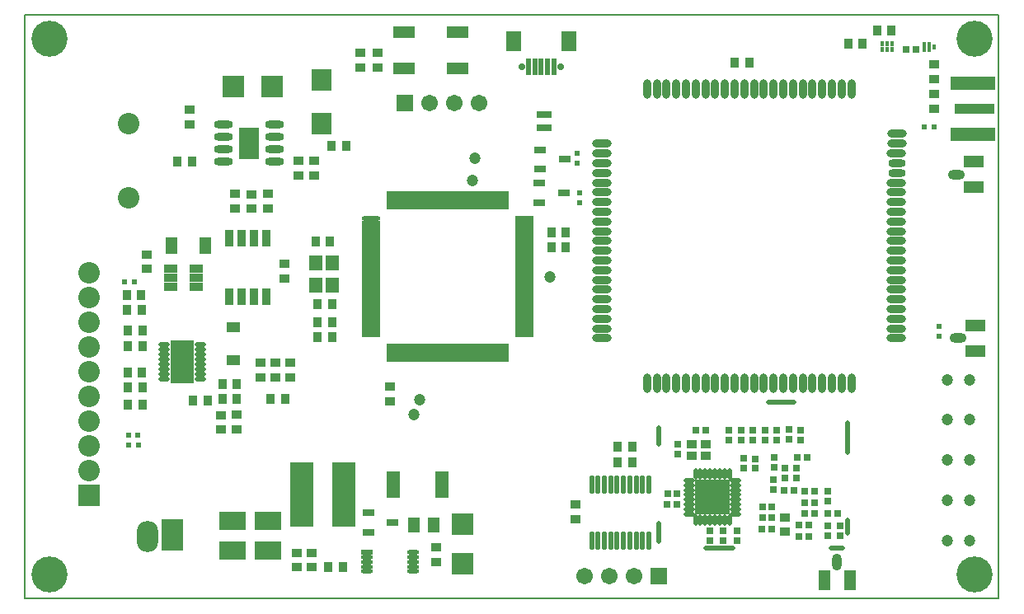
<source format=gts>
%FSLAX25Y25*%
%MOIN*%
G70*
G01*
G75*
G04 Layer_Color=8388736*
%ADD10C,0.03000*%
%ADD11C,0.02000*%
%ADD12R,0.01575X0.01181*%
%ADD13R,0.03937X0.02362*%
%ADD14R,0.07480X0.11811*%
%ADD15O,0.06890X0.02362*%
%ADD16O,0.01378X0.06693*%
%ADD17R,0.02362X0.02362*%
%ADD18R,0.13386X0.13386*%
%ADD19O,0.00984X0.03740*%
%ADD20O,0.03740X0.00984*%
%ADD21R,0.03347X0.02756*%
%ADD22R,0.02756X0.03347*%
%ADD23R,0.02362X0.02362*%
%ADD24R,0.03937X0.07087*%
%ADD25O,0.03150X0.05906*%
%ADD26R,0.03150X0.02559*%
%ADD27R,0.01181X0.01575*%
%ADD28R,0.07087X0.03937*%
%ADD29O,0.05906X0.03150*%
%ADD30C,0.03937*%
%ADD31R,0.10000X0.07000*%
%ADD32R,0.04724X0.09843*%
%ADD33R,0.07874X0.07874*%
%ADD34R,0.03937X0.05906*%
%ADD35R,0.03937X0.05118*%
%ADD36R,0.08898X0.25590*%
%ADD37R,0.01063X0.06693*%
%ADD38R,0.06693X0.01063*%
%ADD39O,0.06693X0.01063*%
%ADD40R,0.07087X0.07874*%
%ADD41R,0.04803X0.02441*%
%ADD42R,0.08661X0.16929*%
%ADD43O,0.03740X0.01378*%
%ADD44R,0.04724X0.03150*%
%ADD45R,0.04800X0.05600*%
%ADD46R,0.02500X0.05906*%
%ADD47O,0.03937X0.01181*%
%ADD48R,0.03937X0.01181*%
%ADD49R,0.07874X0.07874*%
%ADD50R,0.01575X0.05906*%
%ADD51R,0.07874X0.03937*%
%ADD52R,0.01200X0.01800*%
G04:AMPARAMS|DCode=53|XSize=35.43mil|YSize=157.48mil|CornerRadius=1.77mil|HoleSize=0mil|Usage=FLASHONLY|Rotation=90.000|XOffset=0mil|YOffset=0mil|HoleType=Round|Shape=RoundedRectangle|*
%AMROUNDEDRECTD53*
21,1,0.03543,0.15394,0,0,90.0*
21,1,0.03189,0.15748,0,0,90.0*
1,1,0.00354,0.07697,0.01595*
1,1,0.00354,0.07697,-0.01595*
1,1,0.00354,-0.07697,-0.01595*
1,1,0.00354,-0.07697,0.01595*
%
%ADD53ROUNDEDRECTD53*%
%ADD54R,0.00984X0.01299*%
%ADD55R,0.02362X0.01969*%
%ADD56R,0.00984X0.01575*%
%ADD57O,0.02362X0.07087*%
%ADD58O,0.07087X0.02362*%
%ADD59O,0.06299X0.02362*%
%ADD60C,0.01000*%
%ADD61C,0.01500*%
%ADD62C,0.00800*%
%ADD63C,0.01200*%
%ADD64C,0.02500*%
%ADD65C,0.08000*%
%ADD66R,0.04800X0.04800*%
%ADD67R,0.04169X0.04500*%
%ADD68R,0.11300X0.08500*%
%ADD69R,0.04900X0.04500*%
%ADD70R,0.05658X0.04458*%
%ADD71R,0.27300X0.16100*%
%ADD72R,0.06600X0.19900*%
%ADD73R,0.05000X0.07173*%
%ADD74R,0.08700X0.05400*%
%ADD75R,0.08100X0.13300*%
%ADD76R,0.05700X0.21700*%
%ADD77R,0.10400X0.95500*%
%ADD78R,0.06200X0.14700*%
%ADD79R,0.04200X0.18700*%
%ADD80R,0.06700X0.09800*%
%ADD81R,0.06000X0.09600*%
%ADD82R,0.10500X0.06400*%
%ADD83R,0.18000X0.08400*%
%ADD84R,0.26500X0.16000*%
%ADD85R,0.34969X0.11400*%
%ADD86C,0.00500*%
%ADD87R,0.07874X0.07874*%
%ADD88C,0.07874*%
%ADD89R,0.05906X0.05906*%
%ADD90C,0.05906*%
%ADD91R,0.07874X0.11811*%
%ADD92O,0.07874X0.11811*%
%ADD93C,0.13780*%
%ADD94R,0.05315X0.07284*%
%ADD95C,0.01969*%
G04:AMPARAMS|DCode=96|XSize=51.18mil|YSize=173.23mil|CornerRadius=2.56mil|HoleSize=0mil|Usage=FLASHONLY|Rotation=90.000|XOffset=0mil|YOffset=0mil|HoleType=Round|Shape=RoundedRectangle|*
%AMROUNDEDRECTD96*
21,1,0.05118,0.16811,0,0,90.0*
21,1,0.04606,0.17323,0,0,90.0*
1,1,0.00512,0.08406,0.02303*
1,1,0.00512,0.08406,-0.02303*
1,1,0.00512,-0.08406,-0.02303*
1,1,0.00512,-0.08406,0.02303*
%
%ADD96ROUNDEDRECTD96*%
%ADD97C,0.02000*%
%ADD98C,0.03000*%
%ADD99C,0.04000*%
%ADD100C,0.03500*%
%ADD101C,0.02598*%
%ADD102C,0.04000*%
%ADD103R,0.02258X0.03258*%
%ADD104R,0.09400X0.04700*%
%ADD105R,0.15100X0.08700*%
%ADD106R,0.12100X0.12100*%
%ADD107R,0.09500X0.12000*%
%ADD108R,0.10200X0.09400*%
%ADD109R,0.42200X0.13900*%
%ADD110C,0.05000*%
%ADD111R,0.08300X0.14100*%
%ADD112R,0.08400X0.08100*%
%ADD113R,0.27100X0.16800*%
%ADD114R,0.19300X0.05600*%
%ADD115R,0.21900X0.04900*%
%ADD116R,0.06200X0.13300*%
%ADD117R,0.39000X0.13800*%
%ADD118R,0.08661X0.11024*%
%ADD119R,0.01969X0.07874*%
%ADD120R,0.19685X0.05118*%
%ADD121R,0.02362X0.03937*%
%ADD122R,0.03150X0.04724*%
%ADD123R,0.05118X0.19685*%
%ADD124R,0.07874X0.01969*%
%ADD125R,0.03347X0.01575*%
%ADD126O,0.03543X0.01969*%
%ADD127R,0.03543X0.01969*%
%ADD128O,0.03543X0.01969*%
%ADD129R,0.08268X0.02756*%
%ADD130R,0.04843X0.02559*%
%ADD131R,0.07000X0.10000*%
%ADD132R,0.16929X0.08661*%
%ADD133O,0.01378X0.03740*%
%ADD134O,0.08661X0.02362*%
%ADD135O,0.09843X0.02362*%
%ADD136R,0.07087X0.03937*%
%ADD137R,0.07874X0.14410*%
%ADD138R,0.06299X0.01969*%
%ADD139R,0.02500X0.05500*%
%ADD140C,0.09000*%
%ADD141R,0.05182X0.06835*%
%ADD142R,0.09300X0.11700*%
%ADD143R,0.22300X0.05500*%
%ADD144R,0.26931X0.16000*%
%ADD145R,0.15800X0.09700*%
%ADD146R,0.15200X0.28165*%
%ADD147R,0.08900X0.10200*%
%ADD148R,0.03474X0.08965*%
%ADD149R,0.07600X0.09400*%
%ADD150R,0.04900X0.17100*%
%ADD151R,0.08500X0.39500*%
%ADD152R,0.14700X0.03700*%
%ADD153R,0.48700X0.11300*%
%ADD154R,0.14000X0.54700*%
%ADD155R,0.29300X0.15600*%
%ADD156R,0.08800X0.07400*%
%ADD157R,0.11100X0.13400*%
%ADD158R,0.03600X0.11400*%
%ADD159R,0.05400X0.08800*%
%ADD160R,0.08600X0.09700*%
%ADD161C,0.00984*%
%ADD162C,0.02362*%
%ADD163C,0.00700*%
%ADD164C,0.00787*%
%ADD165C,0.00600*%
%ADD166C,0.00300*%
%ADD167R,0.05417X0.06634*%
%ADD168R,0.02375X0.01981*%
%ADD169R,0.04737X0.03162*%
%ADD170R,0.08280X0.12611*%
%ADD171O,0.07690X0.03162*%
%ADD172O,0.02178X0.07493*%
%ADD173R,0.03162X0.03162*%
%ADD174R,0.14186X0.14186*%
%ADD175O,0.01784X0.04540*%
%ADD176O,0.04540X0.01784*%
%ADD177R,0.04147X0.03556*%
%ADD178R,0.03556X0.04147*%
%ADD179R,0.03162X0.03162*%
%ADD180R,0.04737X0.07887*%
%ADD181O,0.03950X0.06706*%
%ADD182R,0.03950X0.03359*%
%ADD183R,0.01981X0.02375*%
%ADD184R,0.07887X0.04737*%
%ADD185O,0.06706X0.03950*%
%ADD186C,0.04737*%
%ADD187R,0.10800X0.07800*%
%ADD188R,0.05524X0.10642*%
%ADD189R,0.08674X0.08674*%
%ADD190R,0.04737X0.06706*%
%ADD191R,0.04737X0.05918*%
%ADD192R,0.09698X0.26391*%
%ADD193R,0.01863X0.07493*%
%ADD194R,0.07493X0.01863*%
%ADD195O,0.07493X0.01863*%
%ADD196R,0.07887X0.08674*%
%ADD197R,0.05603X0.03241*%
%ADD198R,0.09461X0.17729*%
%ADD199O,0.04540X0.02178*%
%ADD200R,0.05524X0.03950*%
%ADD201R,0.05600X0.06400*%
%ADD202R,0.03300X0.06706*%
%ADD203O,0.04737X0.01981*%
%ADD204R,0.04737X0.01981*%
%ADD205R,0.08674X0.08674*%
%ADD206R,0.02375X0.06706*%
%ADD207R,0.08674X0.04737*%
%ADD208R,0.02000X0.02600*%
G04:AMPARAMS|DCode=209|XSize=39.37mil|YSize=161.42mil|CornerRadius=1.97mil|HoleSize=0mil|Usage=FLASHONLY|Rotation=90.000|XOffset=0mil|YOffset=0mil|HoleType=Round|Shape=RoundedRectangle|*
%AMROUNDEDRECTD209*
21,1,0.03937,0.15748,0,0,90.0*
21,1,0.03543,0.16142,0,0,90.0*
1,1,0.00394,0.07874,0.01772*
1,1,0.00394,0.07874,-0.01772*
1,1,0.00394,-0.07874,-0.01772*
1,1,0.00394,-0.07874,0.01772*
%
%ADD209ROUNDEDRECTD209*%
%ADD210R,0.01784X0.02099*%
%ADD211R,0.03162X0.02769*%
%ADD212R,0.01784X0.02375*%
%ADD213O,0.03162X0.07887*%
%ADD214O,0.07887X0.03162*%
%ADD215O,0.07099X0.03162*%
%ADD216R,0.08674X0.08674*%
%ADD217C,0.08674*%
%ADD218R,0.06706X0.06706*%
%ADD219C,0.06706*%
%ADD220R,0.08674X0.12611*%
%ADD221O,0.08674X0.12611*%
%ADD222C,0.14579*%
%ADD223R,0.06115X0.08083*%
%ADD224C,0.02769*%
G04:AMPARAMS|DCode=225|XSize=55.12mil|YSize=177.16mil|CornerRadius=2.76mil|HoleSize=0mil|Usage=FLASHONLY|Rotation=90.000|XOffset=0mil|YOffset=0mil|HoleType=Round|Shape=RoundedRectangle|*
%AMROUNDEDRECTD225*
21,1,0.05512,0.17165,0,0,90.0*
21,1,0.04961,0.17716,0,0,90.0*
1,1,0.00551,0.08583,0.02480*
1,1,0.00551,0.08583,-0.02480*
1,1,0.00551,-0.08583,-0.02480*
1,1,0.00551,-0.08583,0.02480*
%
%ADD225ROUNDEDRECTD225*%
D11*
X325609Y35200D02*
Y47400D01*
X293639Y55560D02*
X303901D01*
X325609Y2600D02*
Y8000D01*
X318900Y-3300D02*
X323600D01*
X268300D02*
X279100D01*
X249232Y-600D02*
Y6500D01*
Y38600D02*
Y45100D01*
D86*
X386632Y-23921D02*
Y212300D01*
X-7068Y-23921D02*
X386632D01*
X-7068D02*
Y212300D01*
X386632D01*
D168*
X217100Y140137D02*
D03*
Y136200D02*
D03*
X216300Y152263D02*
D03*
Y156200D02*
D03*
X362600Y86200D02*
D03*
Y82263D02*
D03*
D169*
X200832Y144100D02*
D03*
X210674Y140163D02*
D03*
X200832Y136226D02*
D03*
X201200Y157700D02*
D03*
X211042Y153763D02*
D03*
X201200Y149826D02*
D03*
X131800Y3026D02*
D03*
X141642Y6963D02*
D03*
X131800Y10900D02*
D03*
D170*
X83500Y160400D02*
D03*
D171*
X93736Y152900D02*
D03*
Y157900D02*
D03*
Y162900D02*
D03*
Y167900D02*
D03*
X73264Y152900D02*
D03*
Y157900D02*
D03*
Y162900D02*
D03*
Y167900D02*
D03*
D172*
X222084Y-320D02*
D03*
X224643D02*
D03*
X227202D02*
D03*
X229761D02*
D03*
X232320D02*
D03*
X234879D02*
D03*
X237439D02*
D03*
X239998D02*
D03*
X242557D02*
D03*
X245116D02*
D03*
X222084Y22120D02*
D03*
X224643D02*
D03*
X227202D02*
D03*
X229761D02*
D03*
X232320D02*
D03*
X234879D02*
D03*
X237439D02*
D03*
X239998D02*
D03*
X242557D02*
D03*
X245116D02*
D03*
D173*
X256700Y38437D02*
D03*
Y34500D02*
D03*
X277500Y44337D02*
D03*
Y40400D02*
D03*
X292050Y44337D02*
D03*
Y40400D02*
D03*
X296900Y44337D02*
D03*
Y40400D02*
D03*
X301800Y44437D02*
D03*
Y40500D02*
D03*
X306600Y44337D02*
D03*
Y40400D02*
D03*
X287200D02*
D03*
Y44337D02*
D03*
X283500Y32837D02*
D03*
Y28900D02*
D03*
X282350Y44337D02*
D03*
Y40400D02*
D03*
X288000Y32737D02*
D03*
Y28800D02*
D03*
X300000Y28837D02*
D03*
Y24900D02*
D03*
X275300Y3637D02*
D03*
Y-300D02*
D03*
X322500Y1663D02*
D03*
Y5600D02*
D03*
X269875Y3437D02*
D03*
Y-500D02*
D03*
X280900Y3637D02*
D03*
Y-300D02*
D03*
X304800Y24863D02*
D03*
Y28800D02*
D03*
X295735Y29263D02*
D03*
Y33200D02*
D03*
X295600Y20363D02*
D03*
Y24300D02*
D03*
X317400Y19637D02*
D03*
Y15700D02*
D03*
X317600Y5637D02*
D03*
Y1700D02*
D03*
D174*
X270900Y17100D02*
D03*
D175*
X264010Y26450D02*
D03*
X265979D02*
D03*
X267947D02*
D03*
X269916D02*
D03*
X271884D02*
D03*
X273853D02*
D03*
X275821D02*
D03*
X277790D02*
D03*
Y7750D02*
D03*
X275821D02*
D03*
X273853D02*
D03*
X271884D02*
D03*
X269916D02*
D03*
X267947D02*
D03*
X265979D02*
D03*
X264010D02*
D03*
D176*
X280250Y23990D02*
D03*
Y22021D02*
D03*
Y20053D02*
D03*
Y18084D02*
D03*
Y16116D02*
D03*
Y14147D02*
D03*
Y12179D02*
D03*
Y10210D02*
D03*
X261550D02*
D03*
Y12179D02*
D03*
Y14147D02*
D03*
Y16116D02*
D03*
Y18084D02*
D03*
Y20053D02*
D03*
Y22021D02*
D03*
Y23990D02*
D03*
D177*
X215632Y8300D02*
D03*
Y14206D02*
D03*
X300300Y3094D02*
D03*
Y9000D02*
D03*
X135500Y190995D02*
D03*
Y196900D02*
D03*
X128600Y196806D02*
D03*
Y190900D02*
D03*
X59500Y167994D02*
D03*
Y173900D02*
D03*
X42300Y109494D02*
D03*
Y115400D02*
D03*
X78600Y44594D02*
D03*
Y50500D02*
D03*
X72000Y50406D02*
D03*
Y44500D02*
D03*
X100031Y65694D02*
D03*
Y71600D02*
D03*
X94032Y65694D02*
D03*
Y71600D02*
D03*
X88032Y65694D02*
D03*
Y71600D02*
D03*
X97831Y105694D02*
D03*
Y111600D02*
D03*
X77897Y139800D02*
D03*
Y133895D02*
D03*
X84600Y139706D02*
D03*
Y133800D02*
D03*
X90997Y133895D02*
D03*
Y139800D02*
D03*
X109820Y147294D02*
D03*
Y153200D02*
D03*
X103397Y147294D02*
D03*
Y153200D02*
D03*
X102865Y-11245D02*
D03*
Y-5339D02*
D03*
X108957Y-11222D02*
D03*
Y-5316D02*
D03*
X159200Y-9005D02*
D03*
Y-3100D02*
D03*
X140400Y55994D02*
D03*
Y61900D02*
D03*
X360500Y180306D02*
D03*
Y174400D02*
D03*
X360531Y192306D02*
D03*
Y186400D02*
D03*
D178*
X232537Y37700D02*
D03*
X238442D02*
D03*
X232594Y31100D02*
D03*
X238500D02*
D03*
X60505Y152900D02*
D03*
X54600D02*
D03*
X121405Y-11000D02*
D03*
X115500D02*
D03*
X110326Y120581D02*
D03*
X116232D02*
D03*
X34595Y84500D02*
D03*
X40500D02*
D03*
X34100Y93000D02*
D03*
X40005D02*
D03*
X33994Y99000D02*
D03*
X39900D02*
D03*
X34595Y78100D02*
D03*
X40500D02*
D03*
X40306Y67600D02*
D03*
X34400D02*
D03*
X34595Y61700D02*
D03*
X40500D02*
D03*
X34595Y54500D02*
D03*
X40500D02*
D03*
X66706Y56400D02*
D03*
X60800D02*
D03*
X72694Y56800D02*
D03*
X78600D02*
D03*
X78600Y62800D02*
D03*
X72694D02*
D03*
X92226Y56900D02*
D03*
X98132D02*
D03*
X111126Y81800D02*
D03*
X117032D02*
D03*
X117137Y87900D02*
D03*
X111232D02*
D03*
X117206Y95100D02*
D03*
X111300D02*
D03*
X122772Y159200D02*
D03*
X116866D02*
D03*
X205732Y124400D02*
D03*
X211637D02*
D03*
X205732Y118200D02*
D03*
X211637D02*
D03*
X337394Y206000D02*
D03*
X343300D02*
D03*
X325726Y200600D02*
D03*
X331631D02*
D03*
X279894Y193000D02*
D03*
X285800D02*
D03*
D179*
X264263Y44300D02*
D03*
X268200D02*
D03*
X305063Y33200D02*
D03*
X309000D02*
D03*
X256537Y14200D02*
D03*
X252600D02*
D03*
X308263Y19700D02*
D03*
X312200D02*
D03*
X294937Y13300D02*
D03*
X291000D02*
D03*
X312237Y10500D02*
D03*
X308300D02*
D03*
X317563Y10600D02*
D03*
X321500D02*
D03*
X256637Y18500D02*
D03*
X252700D02*
D03*
X294737Y4300D02*
D03*
X290800D02*
D03*
X299863Y19800D02*
D03*
X303800D02*
D03*
X308263Y15000D02*
D03*
X312200D02*
D03*
X294937Y8800D02*
D03*
X291000D02*
D03*
X305863Y5800D02*
D03*
X309800D02*
D03*
X305863Y1100D02*
D03*
X309800D02*
D03*
D180*
X316182Y-16286D02*
D03*
X326418Y-16287D02*
D03*
D181*
X321300Y-9200D02*
D03*
D182*
X262347Y38564D02*
D03*
X268253Y38564D02*
D03*
X262347Y34036D02*
D03*
X268253D02*
D03*
D183*
X37137Y104200D02*
D03*
X33200D02*
D03*
X34663Y42300D02*
D03*
X38600D02*
D03*
X34763Y38400D02*
D03*
X38700D02*
D03*
X356600Y166900D02*
D03*
X360537D02*
D03*
D184*
X376518Y142582D02*
D03*
X376518Y152818D02*
D03*
X377287Y76292D02*
D03*
X377287Y86528D02*
D03*
D185*
X369431Y147700D02*
D03*
X370200Y81410D02*
D03*
D186*
X152507Y56593D02*
D03*
X150266Y50534D02*
D03*
X173800Y145200D02*
D03*
X174800Y154400D02*
D03*
X205000Y106400D02*
D03*
X365929Y48626D02*
D03*
X374905D02*
D03*
X374932Y15950D02*
D03*
X365955D02*
D03*
Y32200D02*
D03*
X374932D02*
D03*
Y64700D02*
D03*
X365955D02*
D03*
Y-300D02*
D03*
X374932D02*
D03*
D187*
X91100Y7700D02*
D03*
Y-4300D02*
D03*
X76700Y7500D02*
D03*
Y-4500D02*
D03*
D188*
X141700Y22100D02*
D03*
X161385D02*
D03*
D189*
X77200Y183100D02*
D03*
X92948D02*
D03*
D190*
X65800Y118900D02*
D03*
X52021D02*
D03*
D191*
X158074Y5800D02*
D03*
X150200D02*
D03*
D192*
X121664Y18105D02*
D03*
X104931D02*
D03*
D193*
X140209Y137305D02*
D03*
X142178D02*
D03*
X144147D02*
D03*
X146115D02*
D03*
X148083D02*
D03*
X150052D02*
D03*
X152021D02*
D03*
X153989D02*
D03*
X155957D02*
D03*
X157926D02*
D03*
X159895D02*
D03*
X161863D02*
D03*
X163831D02*
D03*
X165800D02*
D03*
X167769D02*
D03*
X169737D02*
D03*
X171705D02*
D03*
X173674D02*
D03*
X175643D02*
D03*
X177611D02*
D03*
X179579D02*
D03*
X181548D02*
D03*
X183517D02*
D03*
X185485D02*
D03*
X187453D02*
D03*
Y75494D02*
D03*
X185485D02*
D03*
X183517D02*
D03*
X181548D02*
D03*
X179579D02*
D03*
X177611D02*
D03*
X175643D02*
D03*
X173674D02*
D03*
X171705D02*
D03*
X169737D02*
D03*
X167769D02*
D03*
X165800D02*
D03*
X163831D02*
D03*
X161863D02*
D03*
X159895D02*
D03*
X157926D02*
D03*
X155957D02*
D03*
X153989D02*
D03*
X152021D02*
D03*
X150052D02*
D03*
X148083D02*
D03*
X146115D02*
D03*
X144147D02*
D03*
X142178D02*
D03*
X140209D02*
D03*
D194*
X194737Y130022D02*
D03*
Y128053D02*
D03*
Y126085D02*
D03*
Y124117D02*
D03*
Y122148D02*
D03*
Y120179D02*
D03*
Y118211D02*
D03*
Y116243D02*
D03*
Y114274D02*
D03*
Y112305D02*
D03*
Y110337D02*
D03*
Y108369D02*
D03*
Y106400D02*
D03*
Y104431D02*
D03*
Y102463D02*
D03*
Y100495D02*
D03*
Y98526D02*
D03*
Y96557D02*
D03*
Y94589D02*
D03*
Y92620D02*
D03*
Y90652D02*
D03*
Y88683D02*
D03*
Y86715D02*
D03*
Y84746D02*
D03*
Y82778D02*
D03*
X132926D02*
D03*
Y84746D02*
D03*
Y86715D02*
D03*
Y88683D02*
D03*
Y90652D02*
D03*
Y92620D02*
D03*
Y94589D02*
D03*
Y96557D02*
D03*
Y98526D02*
D03*
Y100495D02*
D03*
Y102463D02*
D03*
Y104431D02*
D03*
Y106400D02*
D03*
Y108369D02*
D03*
Y110337D02*
D03*
Y112305D02*
D03*
Y114274D02*
D03*
Y116243D02*
D03*
Y118211D02*
D03*
Y120179D02*
D03*
Y122148D02*
D03*
Y124117D02*
D03*
Y126085D02*
D03*
Y128053D02*
D03*
D195*
Y130022D02*
D03*
D196*
X112932Y168300D02*
D03*
X112831Y186016D02*
D03*
D197*
X62218Y102173D02*
D03*
X51903Y105913D02*
D03*
Y109653D02*
D03*
Y102173D02*
D03*
X62218Y109653D02*
D03*
Y105913D02*
D03*
D198*
X56532Y71900D02*
D03*
D199*
X63913Y78790D02*
D03*
Y76821D02*
D03*
Y74853D02*
D03*
Y72884D02*
D03*
Y70916D02*
D03*
Y68947D02*
D03*
Y66979D02*
D03*
Y65010D02*
D03*
X49150D02*
D03*
Y66979D02*
D03*
Y68947D02*
D03*
Y70916D02*
D03*
Y72884D02*
D03*
Y74853D02*
D03*
Y76821D02*
D03*
Y78790D02*
D03*
D200*
X77031Y85900D02*
D03*
Y72514D02*
D03*
D201*
X117178Y111781D02*
D03*
X117178Y103050D02*
D03*
X110432Y111781D02*
D03*
Y103050D02*
D03*
D202*
X80462Y98218D02*
D03*
X85462Y121840D02*
D03*
X90462D02*
D03*
X75462Y98218D02*
D03*
X90462D02*
D03*
X75462Y121840D02*
D03*
X80462D02*
D03*
X85462Y98218D02*
D03*
D203*
X149732Y-12909D02*
D03*
Y-7003D02*
D03*
Y-5035D02*
D03*
X131032Y-7003D02*
D03*
Y-8972D02*
D03*
X149732D02*
D03*
X131032Y-10940D02*
D03*
Y-12909D02*
D03*
X149732Y-10940D02*
D03*
D204*
X131032Y-5035D02*
D03*
D205*
X169800Y-9600D02*
D03*
Y6148D02*
D03*
D206*
X199091Y191300D02*
D03*
X206768D02*
D03*
X204209D02*
D03*
X201650D02*
D03*
X196531D02*
D03*
D207*
X146031Y190600D02*
D03*
Y205167D02*
D03*
X167685Y190600D02*
D03*
Y205167D02*
D03*
D208*
X200832Y171958D02*
D03*
X204800D02*
D03*
X202832D02*
D03*
X200832Y166600D02*
D03*
X202832D02*
D03*
X204800D02*
D03*
D209*
X376932Y174300D02*
D03*
D210*
X358531Y198216D02*
D03*
X356563D02*
D03*
Y200184D02*
D03*
X358531D02*
D03*
X360500Y199200D02*
D03*
D211*
X349232Y198200D02*
D03*
X353169D02*
D03*
D212*
X339432Y200562D02*
D03*
X341400D02*
D03*
X343369D02*
D03*
Y198200D02*
D03*
X341400D02*
D03*
X339432D02*
D03*
D213*
X327072Y63300D02*
D03*
X252269Y182198D02*
D03*
X256206D02*
D03*
X260142D02*
D03*
X248331D02*
D03*
X264079D02*
D03*
X268017Y182198D02*
D03*
X271954Y182198D02*
D03*
X275891D02*
D03*
X279828Y182198D02*
D03*
X283765Y182198D02*
D03*
X287702D02*
D03*
X291639D02*
D03*
X295576D02*
D03*
X299513D02*
D03*
X303450D02*
D03*
X307387D02*
D03*
X311324D02*
D03*
X315261D02*
D03*
X319198D02*
D03*
X323135Y182198D02*
D03*
X323135Y63300D02*
D03*
X319198D02*
D03*
X315261D02*
D03*
X311324D02*
D03*
X307387D02*
D03*
X303450D02*
D03*
X299513D02*
D03*
X295576D02*
D03*
X291639D02*
D03*
X287702D02*
D03*
X283765D02*
D03*
X279828D02*
D03*
X275891D02*
D03*
X271954D02*
D03*
X268017D02*
D03*
X264079D02*
D03*
X260142D02*
D03*
X256206D02*
D03*
X252269D02*
D03*
X248331D02*
D03*
X244394D02*
D03*
X327072Y182198D02*
D03*
X244394D02*
D03*
D214*
X226284Y160150D02*
D03*
Y156213D02*
D03*
Y152276D02*
D03*
Y148339D02*
D03*
Y144402D02*
D03*
Y140465D02*
D03*
Y136528D02*
D03*
X226284Y132591D02*
D03*
Y128654D02*
D03*
X226284Y124717D02*
D03*
Y120780D02*
D03*
X226284Y116843D02*
D03*
X226284Y112906D02*
D03*
Y108969D02*
D03*
Y105032D02*
D03*
Y101095D02*
D03*
Y97158D02*
D03*
Y93221D02*
D03*
X226284Y89284D02*
D03*
X226284Y85347D02*
D03*
X345182D02*
D03*
Y89284D02*
D03*
Y93221D02*
D03*
Y97158D02*
D03*
Y101095D02*
D03*
Y105032D02*
D03*
Y108969D02*
D03*
Y112906D02*
D03*
Y116843D02*
D03*
Y120780D02*
D03*
Y124717D02*
D03*
X345182Y128654D02*
D03*
X345182Y132591D02*
D03*
Y136528D02*
D03*
Y140465D02*
D03*
Y144402D02*
D03*
Y156213D02*
D03*
X345576Y160150D02*
D03*
X226284Y81410D02*
D03*
X345182D02*
D03*
X345576Y164087D02*
D03*
D215*
X345576Y148339D02*
D03*
Y152276D02*
D03*
D216*
X18900Y18000D02*
D03*
D217*
Y28000D02*
D03*
Y38000D02*
D03*
Y48000D02*
D03*
Y58000D02*
D03*
Y68000D02*
D03*
Y78000D02*
D03*
Y88000D02*
D03*
Y98000D02*
D03*
Y108000D02*
D03*
X34931Y168300D02*
D03*
Y138300D02*
D03*
D218*
X249131Y-14700D02*
D03*
X146531Y176700D02*
D03*
D219*
X239131Y-14700D02*
D03*
X229132D02*
D03*
X219131D02*
D03*
X176532Y176700D02*
D03*
X166532D02*
D03*
X156532D02*
D03*
X83500Y160400D02*
D03*
D220*
X52400Y1800D02*
D03*
D221*
X42400Y1406D02*
D03*
D222*
X2774Y-14078D02*
D03*
X376790D02*
D03*
Y202457D02*
D03*
X2774D02*
D03*
D223*
X190527Y201733D02*
D03*
X212772D02*
D03*
D224*
X209524Y191300D02*
D03*
X193776D02*
D03*
D225*
X376144Y164064D02*
D03*
Y184536D02*
D03*
M02*

</source>
